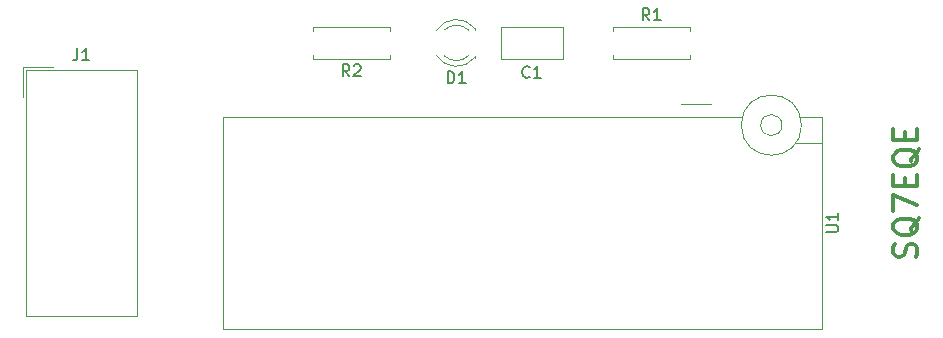
<source format=gbr>
%TF.GenerationSoftware,KiCad,Pcbnew,5.1.4-3.fc30*%
%TF.CreationDate,2019-10-13T14:29:48+02:00*%
%TF.ProjectId,atmega_prog_adapter_v1,61746d65-6761-45f7-9072-6f675f616461,1.0*%
%TF.SameCoordinates,Original*%
%TF.FileFunction,Legend,Top*%
%TF.FilePolarity,Positive*%
%FSLAX46Y46*%
G04 Gerber Fmt 4.6, Leading zero omitted, Abs format (unit mm)*
G04 Created by KiCad (PCBNEW 5.1.4-3.fc30) date 2019-10-13 14:29:48*
%MOMM*%
%LPD*%
G04 APERTURE LIST*
%ADD10C,0.300000*%
%ADD11C,0.120000*%
%ADD12C,0.150000*%
%ADD13C,1.702000*%
%ADD14R,1.902000X1.902000*%
%ADD15C,1.902000*%
%ADD16R,1.829200X1.829200*%
%ADD17O,1.829200X1.829200*%
%ADD18O,1.702000X1.702000*%
%ADD19R,1.542000X2.102000*%
%ADD20O,1.542000X2.102000*%
G04 APERTURE END LIST*
D10*
X178609523Y-91788571D02*
X178704761Y-91502857D01*
X178704761Y-91026666D01*
X178609523Y-90836190D01*
X178514285Y-90740952D01*
X178323809Y-90645714D01*
X178133333Y-90645714D01*
X177942857Y-90740952D01*
X177847619Y-90836190D01*
X177752380Y-91026666D01*
X177657142Y-91407619D01*
X177561904Y-91598095D01*
X177466666Y-91693333D01*
X177276190Y-91788571D01*
X177085714Y-91788571D01*
X176895238Y-91693333D01*
X176800000Y-91598095D01*
X176704761Y-91407619D01*
X176704761Y-90931428D01*
X176800000Y-90645714D01*
X178895238Y-88455238D02*
X178800000Y-88645714D01*
X178609523Y-88836190D01*
X178323809Y-89121904D01*
X178228571Y-89312380D01*
X178228571Y-89502857D01*
X178704761Y-89407619D02*
X178609523Y-89598095D01*
X178419047Y-89788571D01*
X178038095Y-89883809D01*
X177371428Y-89883809D01*
X176990476Y-89788571D01*
X176800000Y-89598095D01*
X176704761Y-89407619D01*
X176704761Y-89026666D01*
X176800000Y-88836190D01*
X176990476Y-88645714D01*
X177371428Y-88550476D01*
X178038095Y-88550476D01*
X178419047Y-88645714D01*
X178609523Y-88836190D01*
X178704761Y-89026666D01*
X178704761Y-89407619D01*
X176704761Y-87883809D02*
X176704761Y-86550476D01*
X178704761Y-87407619D01*
X177657142Y-85788571D02*
X177657142Y-85121904D01*
X178704761Y-84836190D02*
X178704761Y-85788571D01*
X176704761Y-85788571D01*
X176704761Y-84836190D01*
X178895238Y-82645714D02*
X178800000Y-82836190D01*
X178609523Y-83026666D01*
X178323809Y-83312380D01*
X178228571Y-83502857D01*
X178228571Y-83693333D01*
X178704761Y-83598095D02*
X178609523Y-83788571D01*
X178419047Y-83979047D01*
X178038095Y-84074285D01*
X177371428Y-84074285D01*
X176990476Y-83979047D01*
X176800000Y-83788571D01*
X176704761Y-83598095D01*
X176704761Y-83217142D01*
X176800000Y-83026666D01*
X176990476Y-82836190D01*
X177371428Y-82740952D01*
X178038095Y-82740952D01*
X178419047Y-82836190D01*
X178609523Y-83026666D01*
X178704761Y-83217142D01*
X178704761Y-83598095D01*
X177657142Y-81883809D02*
X177657142Y-81217142D01*
X178704761Y-80931428D02*
X178704761Y-81883809D01*
X176704761Y-81883809D01*
X176704761Y-80931428D01*
D11*
%TO.C,C1*%
X148690000Y-75030000D02*
X143450000Y-75030000D01*
X148690000Y-72290000D02*
X143450000Y-72290000D01*
X148690000Y-75030000D02*
X148690000Y-72290000D01*
X143450000Y-75030000D02*
X143450000Y-72290000D01*
%TO.C,D1*%
X138027665Y-74738608D02*
G75*
G03X141260000Y-74895516I1672335J1078608D01*
G01*
X138027665Y-72581392D02*
G75*
G02X141260000Y-72424484I1672335J-1078608D01*
G01*
X138658870Y-74739837D02*
G75*
G03X140740961Y-74740000I1041130J1079837D01*
G01*
X138658870Y-72580163D02*
G75*
G02X140740961Y-72580000I1041130J-1079837D01*
G01*
X141260000Y-74896000D02*
X141260000Y-74740000D01*
X141260000Y-72580000D02*
X141260000Y-72424000D01*
%TO.C,J1*%
X112625000Y-75930000D02*
X112625000Y-96790000D01*
X112625000Y-96790000D02*
X103275000Y-96790000D01*
X103275000Y-96790000D02*
X103275000Y-75930000D01*
X103275000Y-75930000D02*
X112625000Y-75930000D01*
X103025000Y-75680000D02*
X103025000Y-78220000D01*
X103025000Y-75680000D02*
X105565000Y-75680000D01*
%TO.C,R1*%
X152940000Y-72620000D02*
X152940000Y-72290000D01*
X152940000Y-72290000D02*
X159480000Y-72290000D01*
X159480000Y-72290000D02*
X159480000Y-72620000D01*
X152940000Y-74700000D02*
X152940000Y-75030000D01*
X152940000Y-75030000D02*
X159480000Y-75030000D01*
X159480000Y-75030000D02*
X159480000Y-74700000D01*
%TO.C,R2*%
X127540000Y-72290000D02*
X127540000Y-72620000D01*
X134080000Y-72290000D02*
X127540000Y-72290000D01*
X134080000Y-72620000D02*
X134080000Y-72290000D01*
X127540000Y-75030000D02*
X127540000Y-74700000D01*
X134080000Y-75030000D02*
X127540000Y-75030000D01*
X134080000Y-74700000D02*
X134080000Y-75030000D01*
%TO.C,U1*%
X168920000Y-80620000D02*
G75*
G03X168920000Y-80620000I-2550000J0D01*
G01*
X167270000Y-80620000D02*
G75*
G03X167270000Y-80620000I-900000J0D01*
G01*
X163920000Y-79900000D02*
X119980000Y-79900000D01*
X119980000Y-79900000D02*
X119980000Y-97900000D01*
X119980000Y-97900000D02*
X170680000Y-97900000D01*
X170680000Y-97900000D02*
X170680000Y-79900000D01*
X170680000Y-79900000D02*
X168820000Y-79900000D01*
X170680000Y-82170000D02*
X168420000Y-82170000D01*
X158750000Y-78870000D02*
X161290000Y-78870000D01*
%TO.C,C1*%
D12*
X145903333Y-76517142D02*
X145855714Y-76564761D01*
X145712857Y-76612380D01*
X145617619Y-76612380D01*
X145474761Y-76564761D01*
X145379523Y-76469523D01*
X145331904Y-76374285D01*
X145284285Y-76183809D01*
X145284285Y-76040952D01*
X145331904Y-75850476D01*
X145379523Y-75755238D01*
X145474761Y-75660000D01*
X145617619Y-75612380D01*
X145712857Y-75612380D01*
X145855714Y-75660000D01*
X145903333Y-75707619D01*
X146855714Y-76612380D02*
X146284285Y-76612380D01*
X146570000Y-76612380D02*
X146570000Y-75612380D01*
X146474761Y-75755238D01*
X146379523Y-75850476D01*
X146284285Y-75898095D01*
%TO.C,D1*%
X138961904Y-77072380D02*
X138961904Y-76072380D01*
X139200000Y-76072380D01*
X139342857Y-76120000D01*
X139438095Y-76215238D01*
X139485714Y-76310476D01*
X139533333Y-76500952D01*
X139533333Y-76643809D01*
X139485714Y-76834285D01*
X139438095Y-76929523D01*
X139342857Y-77024761D01*
X139200000Y-77072380D01*
X138961904Y-77072380D01*
X140485714Y-77072380D02*
X139914285Y-77072380D01*
X140200000Y-77072380D02*
X140200000Y-76072380D01*
X140104761Y-76215238D01*
X140009523Y-76310476D01*
X139914285Y-76358095D01*
%TO.C,J1*%
X107616666Y-74128380D02*
X107616666Y-74842666D01*
X107569047Y-74985523D01*
X107473809Y-75080761D01*
X107330952Y-75128380D01*
X107235714Y-75128380D01*
X108616666Y-75128380D02*
X108045238Y-75128380D01*
X108330952Y-75128380D02*
X108330952Y-74128380D01*
X108235714Y-74271238D01*
X108140476Y-74366476D01*
X108045238Y-74414095D01*
%TO.C,R1*%
X156043333Y-71742380D02*
X155710000Y-71266190D01*
X155471904Y-71742380D02*
X155471904Y-70742380D01*
X155852857Y-70742380D01*
X155948095Y-70790000D01*
X155995714Y-70837619D01*
X156043333Y-70932857D01*
X156043333Y-71075714D01*
X155995714Y-71170952D01*
X155948095Y-71218571D01*
X155852857Y-71266190D01*
X155471904Y-71266190D01*
X156995714Y-71742380D02*
X156424285Y-71742380D01*
X156710000Y-71742380D02*
X156710000Y-70742380D01*
X156614761Y-70885238D01*
X156519523Y-70980476D01*
X156424285Y-71028095D01*
%TO.C,R2*%
X130643333Y-76482380D02*
X130310000Y-76006190D01*
X130071904Y-76482380D02*
X130071904Y-75482380D01*
X130452857Y-75482380D01*
X130548095Y-75530000D01*
X130595714Y-75577619D01*
X130643333Y-75672857D01*
X130643333Y-75815714D01*
X130595714Y-75910952D01*
X130548095Y-75958571D01*
X130452857Y-76006190D01*
X130071904Y-76006190D01*
X131024285Y-75577619D02*
X131071904Y-75530000D01*
X131167142Y-75482380D01*
X131405238Y-75482380D01*
X131500476Y-75530000D01*
X131548095Y-75577619D01*
X131595714Y-75672857D01*
X131595714Y-75768095D01*
X131548095Y-75910952D01*
X130976666Y-76482380D01*
X131595714Y-76482380D01*
%TO.C,U1*%
X171032380Y-89661904D02*
X171841904Y-89661904D01*
X171937142Y-89614285D01*
X171984761Y-89566666D01*
X172032380Y-89471428D01*
X172032380Y-89280952D01*
X171984761Y-89185714D01*
X171937142Y-89138095D01*
X171841904Y-89090476D01*
X171032380Y-89090476D01*
X172032380Y-88090476D02*
X172032380Y-88661904D01*
X172032380Y-88376190D02*
X171032380Y-88376190D01*
X171175238Y-88471428D01*
X171270476Y-88566666D01*
X171318095Y-88661904D01*
%TD*%
%LPC*%
D13*
%TO.C,C1*%
X147320000Y-73660000D03*
X144820000Y-73660000D03*
%TD*%
D14*
%TO.C,D1*%
X140970000Y-73660000D03*
D15*
X138430000Y-73660000D03*
%TD*%
D16*
%TO.C,J1*%
X106680000Y-81280000D03*
D17*
X109220000Y-81280000D03*
X106680000Y-83820000D03*
X109220000Y-83820000D03*
X106680000Y-86360000D03*
X109220000Y-86360000D03*
X106680000Y-88900000D03*
X109220000Y-88900000D03*
X106680000Y-91440000D03*
X109220000Y-91440000D03*
%TD*%
D13*
%TO.C,R1*%
X152400000Y-73660000D03*
D18*
X160020000Y-73660000D03*
%TD*%
%TO.C,R2*%
X127000000Y-73660000D03*
D13*
X134620000Y-73660000D03*
%TD*%
D19*
%TO.C,U1*%
X160020000Y-83820000D03*
D20*
X160020000Y-93980000D03*
X157480000Y-83820000D03*
X157480000Y-93980000D03*
X154940000Y-83820000D03*
X154940000Y-93980000D03*
X152400000Y-83820000D03*
X152400000Y-93980000D03*
X149860000Y-83820000D03*
X149860000Y-93980000D03*
X147320000Y-83820000D03*
X147320000Y-93980000D03*
X144780000Y-83820000D03*
X144780000Y-93980000D03*
X142240000Y-83820000D03*
X142240000Y-93980000D03*
X139700000Y-83820000D03*
X139700000Y-93980000D03*
X137160000Y-83820000D03*
X137160000Y-93980000D03*
X134620000Y-83820000D03*
X134620000Y-93980000D03*
X132080000Y-83820000D03*
X132080000Y-93980000D03*
X129540000Y-83820000D03*
X129540000Y-93980000D03*
X127000000Y-83820000D03*
X127000000Y-93980000D03*
%TD*%
M02*

</source>
